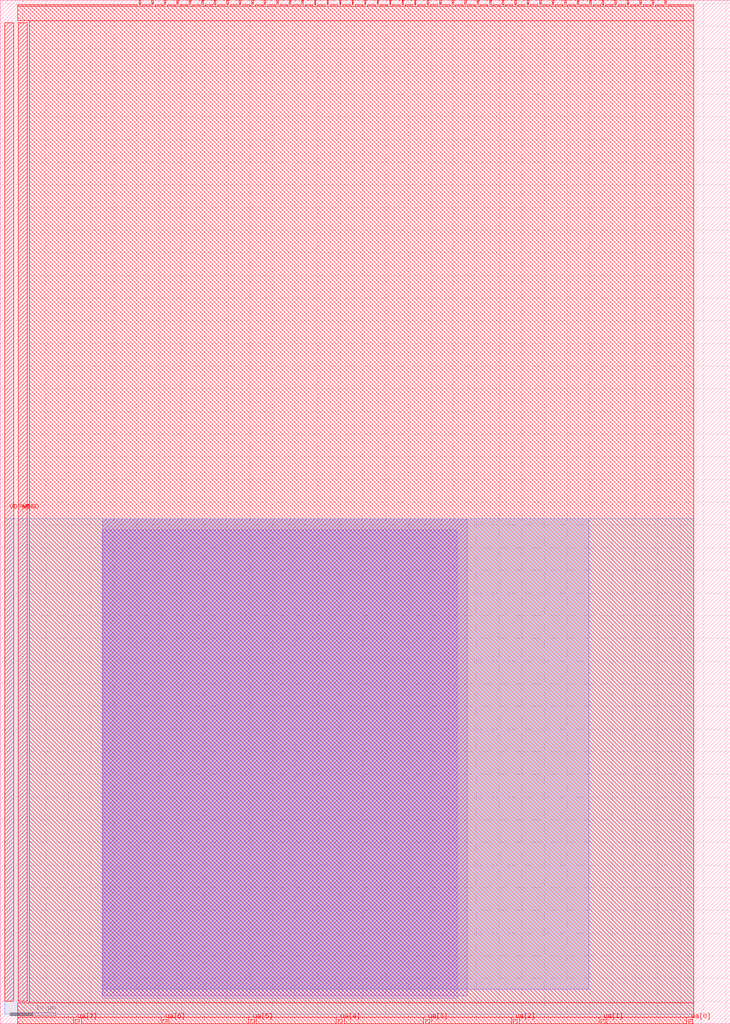
<source format=lef>
VERSION 5.7 ;
  NOWIREEXTENSIONATPIN ON ;
  DIVIDERCHAR "/" ;
  BUSBITCHARS "[]" ;
MACRO tt_um_tt05_analog_test
  CLASS BLOCK ;
  FOREIGN tt_um_tt05_analog_test ;
  ORIGIN 0.000 0.000 ;
  SIZE 161.000 BY 225.760 ;
  PIN clk
    DIRECTION INPUT ;
    USE SIGNAL ;
    PORT
      LAYER met4 ;
        RECT 143.830 224.760 144.130 225.760 ;
    END
  END clk
  PIN ena
    DIRECTION INPUT ;
    USE SIGNAL ;
    PORT
      LAYER met4 ;
        RECT 146.590 224.760 146.890 225.760 ;
    END
  END ena
  PIN rst_n
    DIRECTION INPUT ;
    USE SIGNAL ;
    PORT
      LAYER met4 ;
        RECT 141.070 224.760 141.370 225.760 ;
    END
  END rst_n
  PIN ua[0]
    DIRECTION INOUT ;
    USE SIGNAL ;
    ANTENNADIFFAREA 17.400000 ;
    PORT
      LAYER met4 ;
        RECT 151.810 0.000 152.710 1.000 ;
    END
  END ua[0]
  PIN ua[1]
    DIRECTION INOUT ;
    USE SIGNAL ;
    ANTENNADIFFAREA 17.400000 ;
    PORT
      LAYER met4 ;
        RECT 132.490 0.000 133.390 1.000 ;
    END
  END ua[1]
  PIN ua[2]
    DIRECTION INOUT ;
    USE SIGNAL ;
    PORT
      LAYER met4 ;
        RECT 113.170 0.000 114.070 1.000 ;
    END
  END ua[2]
  PIN ua[3]
    DIRECTION INOUT ;
    USE SIGNAL ;
    PORT
      LAYER met4 ;
        RECT 93.850 0.000 94.750 1.000 ;
    END
  END ua[3]
  PIN ua[4]
    DIRECTION INOUT ;
    USE SIGNAL ;
    PORT
      LAYER met4 ;
        RECT 74.530 0.000 75.430 1.000 ;
    END
  END ua[4]
  PIN ua[5]
    DIRECTION INOUT ;
    USE SIGNAL ;
    PORT
      LAYER met4 ;
        RECT 55.210 0.000 56.110 1.000 ;
    END
  END ua[5]
  PIN ua[6]
    DIRECTION INOUT ;
    USE SIGNAL ;
    PORT
      LAYER met4 ;
        RECT 35.890 0.000 36.790 1.000 ;
    END
  END ua[6]
  PIN ua[7]
    DIRECTION INOUT ;
    USE SIGNAL ;
    PORT
      LAYER met4 ;
        RECT 16.570 0.000 17.470 1.000 ;
    END
  END ua[7]
  PIN ui_in[0]
    DIRECTION INPUT ;
    USE SIGNAL ;
    ANTENNAGATEAREA 7.500000 ;
    PORT
      LAYER met4 ;
        RECT 138.310 224.760 138.610 225.760 ;
    END
  END ui_in[0]
  PIN ui_in[1]
    DIRECTION INPUT ;
    USE SIGNAL ;
    ANTENNAGATEAREA 7.500000 ;
    PORT
      LAYER met4 ;
        RECT 135.550 224.760 135.850 225.760 ;
    END
  END ui_in[1]
  PIN ui_in[2]
    DIRECTION INPUT ;
    USE SIGNAL ;
    ANTENNAGATEAREA 7.500000 ;
    PORT
      LAYER met4 ;
        RECT 132.790 224.760 133.090 225.760 ;
    END
  END ui_in[2]
  PIN ui_in[3]
    DIRECTION INPUT ;
    USE SIGNAL ;
    ANTENNAGATEAREA 6.500000 ;
    PORT
      LAYER met4 ;
        RECT 130.030 224.760 130.330 225.760 ;
    END
  END ui_in[3]
  PIN ui_in[4]
    DIRECTION INPUT ;
    USE SIGNAL ;
    PORT
      LAYER met4 ;
        RECT 127.270 224.760 127.570 225.760 ;
    END
  END ui_in[4]
  PIN ui_in[5]
    DIRECTION INPUT ;
    USE SIGNAL ;
    ANTENNAGATEAREA 6.500000 ;
    PORT
      LAYER met4 ;
        RECT 124.510 224.760 124.810 225.760 ;
    END
  END ui_in[5]
  PIN ui_in[6]
    DIRECTION INPUT ;
    USE SIGNAL ;
    ANTENNAGATEAREA 10.000000 ;
    PORT
      LAYER met4 ;
        RECT 121.750 224.760 122.050 225.760 ;
    END
  END ui_in[6]
  PIN ui_in[7]
    DIRECTION INPUT ;
    USE SIGNAL ;
    ANTENNAGATEAREA 6.500000 ;
    PORT
      LAYER met4 ;
        RECT 118.990 224.760 119.290 225.760 ;
    END
  END ui_in[7]
  PIN uio_in[0]
    DIRECTION INPUT ;
    USE SIGNAL ;
    PORT
      LAYER met4 ;
        RECT 116.230 224.760 116.530 225.760 ;
    END
  END uio_in[0]
  PIN uio_in[1]
    DIRECTION INPUT ;
    USE SIGNAL ;
    PORT
      LAYER met4 ;
        RECT 113.470 224.760 113.770 225.760 ;
    END
  END uio_in[1]
  PIN uio_in[2]
    DIRECTION INPUT ;
    USE SIGNAL ;
    PORT
      LAYER met4 ;
        RECT 110.710 224.760 111.010 225.760 ;
    END
  END uio_in[2]
  PIN uio_in[3]
    DIRECTION INPUT ;
    USE SIGNAL ;
    PORT
      LAYER met4 ;
        RECT 107.950 224.760 108.250 225.760 ;
    END
  END uio_in[3]
  PIN uio_in[4]
    DIRECTION INPUT ;
    USE SIGNAL ;
    PORT
      LAYER met4 ;
        RECT 105.190 224.760 105.490 225.760 ;
    END
  END uio_in[4]
  PIN uio_in[5]
    DIRECTION INPUT ;
    USE SIGNAL ;
    PORT
      LAYER met4 ;
        RECT 102.430 224.760 102.730 225.760 ;
    END
  END uio_in[5]
  PIN uio_in[6]
    DIRECTION INPUT ;
    USE SIGNAL ;
    PORT
      LAYER met4 ;
        RECT 99.670 224.760 99.970 225.760 ;
    END
  END uio_in[6]
  PIN uio_in[7]
    DIRECTION INPUT ;
    USE SIGNAL ;
    PORT
      LAYER met4 ;
        RECT 96.910 224.760 97.210 225.760 ;
    END
  END uio_in[7]
  PIN uio_oe[0]
    DIRECTION OUTPUT ;
    USE SIGNAL ;
    PORT
      LAYER met4 ;
        RECT 49.990 224.760 50.290 225.760 ;
    END
  END uio_oe[0]
  PIN uio_oe[1]
    DIRECTION OUTPUT ;
    USE SIGNAL ;
    PORT
      LAYER met4 ;
        RECT 47.230 224.760 47.530 225.760 ;
    END
  END uio_oe[1]
  PIN uio_oe[2]
    DIRECTION OUTPUT ;
    USE SIGNAL ;
    PORT
      LAYER met4 ;
        RECT 44.470 224.760 44.770 225.760 ;
    END
  END uio_oe[2]
  PIN uio_oe[3]
    DIRECTION OUTPUT ;
    USE SIGNAL ;
    PORT
      LAYER met4 ;
        RECT 41.710 224.760 42.010 225.760 ;
    END
  END uio_oe[3]
  PIN uio_oe[4]
    DIRECTION OUTPUT ;
    USE SIGNAL ;
    PORT
      LAYER met4 ;
        RECT 38.950 224.760 39.250 225.760 ;
    END
  END uio_oe[4]
  PIN uio_oe[5]
    DIRECTION OUTPUT ;
    USE SIGNAL ;
    PORT
      LAYER met4 ;
        RECT 36.190 224.760 36.490 225.760 ;
    END
  END uio_oe[5]
  PIN uio_oe[6]
    DIRECTION OUTPUT ;
    USE SIGNAL ;
    PORT
      LAYER met4 ;
        RECT 33.430 224.760 33.730 225.760 ;
    END
  END uio_oe[6]
  PIN uio_oe[7]
    DIRECTION OUTPUT ;
    USE SIGNAL ;
    PORT
      LAYER met4 ;
        RECT 30.670 224.760 30.970 225.760 ;
    END
  END uio_oe[7]
  PIN uio_out[0]
    DIRECTION OUTPUT ;
    USE SIGNAL ;
    PORT
      LAYER met4 ;
        RECT 72.070 224.760 72.370 225.760 ;
    END
  END uio_out[0]
  PIN uio_out[1]
    DIRECTION OUTPUT ;
    USE SIGNAL ;
    PORT
      LAYER met4 ;
        RECT 69.310 224.760 69.610 225.760 ;
    END
  END uio_out[1]
  PIN uio_out[2]
    DIRECTION OUTPUT ;
    USE SIGNAL ;
    PORT
      LAYER met4 ;
        RECT 66.550 224.760 66.850 225.760 ;
    END
  END uio_out[2]
  PIN uio_out[3]
    DIRECTION OUTPUT ;
    USE SIGNAL ;
    PORT
      LAYER met4 ;
        RECT 63.790 224.760 64.090 225.760 ;
    END
  END uio_out[3]
  PIN uio_out[4]
    DIRECTION OUTPUT ;
    USE SIGNAL ;
    PORT
      LAYER met4 ;
        RECT 61.030 224.760 61.330 225.760 ;
    END
  END uio_out[4]
  PIN uio_out[5]
    DIRECTION OUTPUT ;
    USE SIGNAL ;
    PORT
      LAYER met4 ;
        RECT 58.270 224.760 58.570 225.760 ;
    END
  END uio_out[5]
  PIN uio_out[6]
    DIRECTION OUTPUT ;
    USE SIGNAL ;
    PORT
      LAYER met4 ;
        RECT 55.510 224.760 55.810 225.760 ;
    END
  END uio_out[6]
  PIN uio_out[7]
    DIRECTION OUTPUT ;
    USE SIGNAL ;
    PORT
      LAYER met4 ;
        RECT 52.750 224.760 53.050 225.760 ;
    END
  END uio_out[7]
  PIN uo_out[0]
    DIRECTION OUTPUT ;
    USE SIGNAL ;
    PORT
      LAYER met4 ;
        RECT 94.150 224.760 94.450 225.760 ;
    END
  END uo_out[0]
  PIN uo_out[1]
    DIRECTION OUTPUT ;
    USE SIGNAL ;
    PORT
      LAYER met4 ;
        RECT 91.390 224.760 91.690 225.760 ;
    END
  END uo_out[1]
  PIN uo_out[2]
    DIRECTION OUTPUT ;
    USE SIGNAL ;
    PORT
      LAYER met4 ;
        RECT 88.630 224.760 88.930 225.760 ;
    END
  END uo_out[2]
  PIN uo_out[3]
    DIRECTION OUTPUT ;
    USE SIGNAL ;
    PORT
      LAYER met4 ;
        RECT 85.870 224.760 86.170 225.760 ;
    END
  END uo_out[3]
  PIN uo_out[4]
    DIRECTION OUTPUT ;
    USE SIGNAL ;
    PORT
      LAYER met4 ;
        RECT 83.110 224.760 83.410 225.760 ;
    END
  END uo_out[4]
  PIN uo_out[5]
    DIRECTION OUTPUT ;
    USE SIGNAL ;
    PORT
      LAYER met4 ;
        RECT 80.350 224.760 80.650 225.760 ;
    END
  END uo_out[5]
  PIN uo_out[6]
    DIRECTION OUTPUT ;
    USE SIGNAL ;
    PORT
      LAYER met4 ;
        RECT 77.590 224.760 77.890 225.760 ;
    END
  END uo_out[6]
  PIN uo_out[7]
    DIRECTION OUTPUT ;
    USE SIGNAL ;
    PORT
      LAYER met4 ;
        RECT 74.830 224.760 75.130 225.760 ;
    END
  END uo_out[7]
  PIN VDPWR
    DIRECTION INOUT ;
    USE POWER ;
    PORT
      LAYER met4 ;
        RECT 1.000 5.000 3.000 220.760 ;
    END
  END VDPWR
  PIN VGND
    DIRECTION INOUT ;
    USE GROUND ;
    PORT
      LAYER met4 ;
        RECT 4.000 5.000 6.000 220.760 ;
    END
  END VGND
  OBS
      LAYER li1 ;
        RECT 22.480 5.645 100.840 109.000 ;
      LAYER met1 ;
        RECT 22.625 6.165 102.990 111.400 ;
      LAYER met2 ;
        RECT 22.600 7.570 129.800 111.400 ;
      LAYER met3 ;
        RECT 0.975 2.100 152.970 111.400 ;
      LAYER met4 ;
        RECT 3.840 224.360 30.270 224.760 ;
        RECT 31.370 224.360 33.030 224.760 ;
        RECT 34.130 224.360 35.790 224.760 ;
        RECT 36.890 224.360 38.550 224.760 ;
        RECT 39.650 224.360 41.310 224.760 ;
        RECT 42.410 224.360 44.070 224.760 ;
        RECT 45.170 224.360 46.830 224.760 ;
        RECT 47.930 224.360 49.590 224.760 ;
        RECT 50.690 224.360 52.350 224.760 ;
        RECT 53.450 224.360 55.110 224.760 ;
        RECT 56.210 224.360 57.870 224.760 ;
        RECT 58.970 224.360 60.630 224.760 ;
        RECT 61.730 224.360 63.390 224.760 ;
        RECT 64.490 224.360 66.150 224.760 ;
        RECT 67.250 224.360 68.910 224.760 ;
        RECT 70.010 224.360 71.670 224.760 ;
        RECT 72.770 224.360 74.430 224.760 ;
        RECT 75.530 224.360 77.190 224.760 ;
        RECT 78.290 224.360 79.950 224.760 ;
        RECT 81.050 224.360 82.710 224.760 ;
        RECT 83.810 224.360 85.470 224.760 ;
        RECT 86.570 224.360 88.230 224.760 ;
        RECT 89.330 224.360 90.990 224.760 ;
        RECT 92.090 224.360 93.750 224.760 ;
        RECT 94.850 224.360 96.510 224.760 ;
        RECT 97.610 224.360 99.270 224.760 ;
        RECT 100.370 224.360 102.030 224.760 ;
        RECT 103.130 224.360 104.790 224.760 ;
        RECT 105.890 224.360 107.550 224.760 ;
        RECT 108.650 224.360 110.310 224.760 ;
        RECT 111.410 224.360 113.070 224.760 ;
        RECT 114.170 224.360 115.830 224.760 ;
        RECT 116.930 224.360 118.590 224.760 ;
        RECT 119.690 224.360 121.350 224.760 ;
        RECT 122.450 224.360 124.110 224.760 ;
        RECT 125.210 224.360 126.870 224.760 ;
        RECT 127.970 224.360 129.630 224.760 ;
        RECT 130.730 224.360 132.390 224.760 ;
        RECT 133.490 224.360 135.150 224.760 ;
        RECT 136.250 224.360 137.910 224.760 ;
        RECT 139.010 224.360 140.670 224.760 ;
        RECT 141.770 224.360 143.430 224.760 ;
        RECT 144.530 224.360 146.190 224.760 ;
        RECT 147.290 224.360 152.925 224.760 ;
        RECT 3.840 221.160 152.925 224.360 ;
        RECT 6.400 4.600 152.925 221.160 ;
        RECT 3.840 1.400 152.925 4.600 ;
        RECT 3.840 0.000 16.170 1.400 ;
        RECT 17.870 0.000 35.490 1.400 ;
        RECT 37.190 0.000 54.810 1.400 ;
        RECT 56.510 0.000 74.130 1.400 ;
        RECT 75.830 0.000 93.450 1.400 ;
        RECT 95.150 0.000 112.770 1.400 ;
        RECT 114.470 0.000 132.090 1.400 ;
        RECT 133.790 0.000 151.410 1.400 ;
  END
END tt_um_tt05_analog_test
END LIBRARY


</source>
